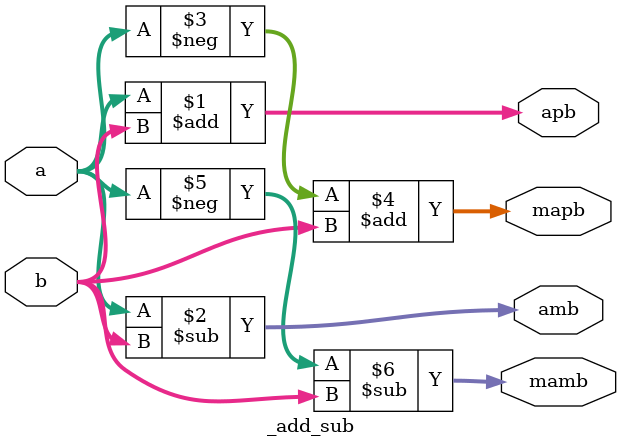
<source format=v>

module _add_sub (input [7:0] a, input [7:0] b,
  output [7:0] apb, output [7:0] amb, output [7:0] mapb, output [7:0] mamb);

  assign apb =          a + b;
  assign amb =          a - b;
  assign mapb =       - a + b;
  assign mamb =       - a - b;
endmodule

</source>
